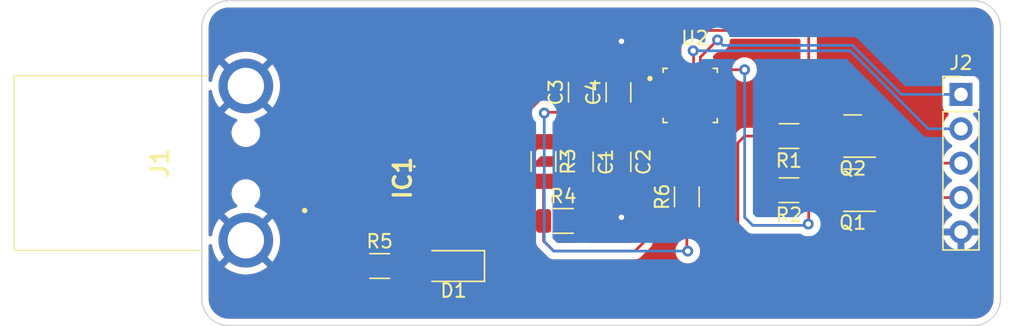
<source format=kicad_pcb>
(kicad_pcb (version 20211014) (generator pcbnew)
  (layers (0 "F.Cu" signal) (31 "B.Cu" signal) (34 "B.Paste" user) (35 "F.Paste" user) (36 "B.SilkS" user "B.Silkscreen") (37 "F.SilkS" user "F.Silkscreen") (38 "B.Mask" user) (39 "F.Mask" user) (44 "Edge.Cuts" user))
  (net 0 "")
  (net 1 "+5V")
  (net 2 "GND")
  (net 3 "VDD")
  (net 4 "Net-(D1-Pad2)")
  (net 5 "/D-")
  (net 6 "/D+")
  (net 7 "/RXD")
  (net 8 "/TXD")
  (net 9 "/IO0")
  (net 10 "/EN")
  (net 11 "Net-(Q1-Pad1)")
  (net 12 "/RTS")
  (net 13 "/DTR")
  (net 14 "Net-(R3-Pad2)")
  (net 15 "Net-(R6-Pad2)")
  (net 27 "Net-(R2-Pad2)")
  (net 28 "Net-(IC1-Pad4)")
  (footprint "Capacitor_SMD:C_1206_3216Metric" (layer "F.Cu") (at 135 83.91 -90)
    (fp_text reference "C1" (at 0 -1.85 90) (layer "F.SilkS"))
    (fp_text value "4.7uF")
    (fp_line (start -0.711252 -0.91) (end 0.711252 -0.91) (layer "F.SilkS") (width 0.12))
    (fp_line (start -0.711252 0.91) (end 0.711252 0.91) (layer "F.SilkS") (width 0.12))
    (pad "1" smd roundrect locked (at -1.475 0 270) (size 1.15 1.8) (layers "F.Cu" "F.Paste" "F.Mask") (roundrect_rratio 0.217391) (net 1 "+5V"))
    (pad "2" smd roundrect locked (at 1.475 0 270) (size 1.15 1.8) (layers "F.Cu" "F.Paste" "F.Mask") (roundrect_rratio 0.217391) (net 2 "GND"))
  )
  (footprint "Package_TO_SOT_SMD:SOT-23" (layer "F.Cu") (at 155.08 86 180)
    (fp_text reference "Q1" (at 0 -2.4) (layer "F.SilkS"))
    (fp_text value "Q_NPN_BCE")
    (fp_line (start 0 1.56) (end 0.65 1.56) (layer "F.SilkS") (width 0.12))
    (fp_line (start 0 -1.56) (end 0.65 -1.56) (layer "F.SilkS") (width 0.12))
    (fp_line (start 0 -1.56) (end -1.675 -1.56) (layer "F.SilkS") (width 0.12))
    (fp_line (start 0 1.56) (end -0.65 1.56) (layer "F.SilkS") (width 0.12))
    (pad "1" smd roundrect locked (at -0.9375 -0.95 180) (size 1.475 0.6) (layers "F.Cu" "F.Paste" "F.Mask") (net 11 "Net-(Q1-Pad1)"))
    (pad "2" smd roundrect locked (at -0.9375 0.95 180) (size 1.475 0.6) (layers "F.Cu" "F.Paste" "F.Mask") (net 10 "/EN"))
    (pad "3" smd roundrect locked (at 0.9375 0 180) (size 1.475 0.6) (layers "F.Cu" "F.Paste" "F.Mask") (net 12 "/RTS"))
  )
  (footprint "Package_TO_SOT_SMD:SOT-23" (layer "F.Cu") (at 155.08 82 180)
    (fp_text reference "Q2" (at 0 -2.4) (layer "F.SilkS"))
    (fp_text value "Q_NPN_BCE")
    (fp_line (start 0 -1.56) (end 0.65 -1.56) (layer "F.SilkS") (width 0.12))
    (fp_line (start 0 -1.56) (end -1.675 -1.56) (layer "F.SilkS") (width 0.12))
    (fp_line (start 0 1.56) (end 0.65 1.56) (layer "F.SilkS") (width 0.12))
    (fp_line (start 0 1.56) (end -0.65 1.56) (layer "F.SilkS") (width 0.12))
    (pad "1" smd roundrect locked (at -0.9375 -0.95 180) (size 1.475 0.6) (layers "F.Cu" "F.Paste" "F.Mask") (net 27 "Net-(R2-Pad2)"))
    (pad "2" smd roundrect locked (at -0.9375 0.95 180) (size 1.475 0.6) (layers "F.Cu" "F.Paste" "F.Mask") (net 9 "/IO0"))
    (pad "3" smd roundrect locked (at 0.9375 0 180) (size 1.475 0.6) (layers "F.Cu" "F.Paste" "F.Mask") (net 13 "/DTR"))
  )
  (footprint "Resistor_SMD:R_1206_3216Metric" (layer "F.Cu") (at 150.37 86 180)
    (fp_text reference "R2" (at 0 -1.82) (layer "F.SilkS"))
    (fp_text value "10k")
    (fp_line (start -0.727064 0.91) (end 0.727064 0.91) (layer "F.SilkS") (width 0.12))
    (fp_line (start -0.727064 -0.91) (end 0.727064 -0.91) (layer "F.SilkS") (width 0.12))
    (pad "1" smd roundrect locked (at -1.4625 0 180) (size 1.125 1.75) (layers "F.Cu" "F.Paste" "F.Mask") (roundrect_rratio 0.222222) (net 12 "/RTS"))
    (pad "2" smd roundrect locked (at 1.4625 0 180) (size 1.125 1.75) (layers "F.Cu" "F.Paste" "F.Mask") (roundrect_rratio 0.222222) (net 27 "Net-(R2-Pad2)"))
  )
  (footprint "LED_SMD:LED_1206_3216Metric" (layer "F.Cu") (at 125.6 91.6 180)
    (fp_text reference "D1" (at 0 -1.82) (layer "F.SilkS"))
    (fp_text value "LED")
    (fp_line (start -2.285 -1.135) (end -2.285 1.135) (layer "F.SilkS") (width 0.12))
    (fp_line (start 1.6 -1.135) (end -2.285 -1.135) (layer "F.SilkS") (width 0.12))
    (fp_line (start -2.285 1.135) (end 1.6 1.135) (layer "F.SilkS") (width 0.12))
    (pad "1" smd roundrect locked (at -1.4 0 180) (size 1.25 1.75) (layers "F.Cu" "F.Paste" "F.Mask") (roundrect_rratio 0.2) (net 2 "GND"))
    (pad "2" smd roundrect locked (at 1.4 0 180) (size 1.25 1.75) (layers "F.Cu" "F.Paste" "F.Mask") (roundrect_rratio 0.2) (net 4 "Net-(D1-Pad2)"))
  )
  (footprint "Resistor_SMD:R_1206_3216Metric" (layer "F.Cu") (at 150.37 82 180)
    (fp_text reference "R1" (at 0 -1.82) (layer "F.SilkS"))
    (fp_text value "10k")
    (fp_line (start -0.727064 0.91) (end 0.727064 0.91) (layer "F.SilkS") (width 0.12))
    (fp_line (start -0.727064 -0.91) (end 0.727064 -0.91) (layer "F.SilkS") (width 0.12))
    (pad "1" smd roundrect locked (at -1.4625 0 180) (size 1.125 1.75) (layers "F.Cu" "F.Paste" "F.Mask") (roundrect_rratio 0.222222) (net 13 "/DTR"))
    (pad "2" smd roundrect locked (at 1.4625 0 180) (size 1.125 1.75) (layers "F.Cu" "F.Paste" "F.Mask") (roundrect_rratio 0.222222) (net 11 "Net-(Q1-Pad1)"))
  )
  (footprint "ESP32_programmer:RCLAMP0544TTCT" (layer "F.Cu") (at 121.7 85.1 -90)
    (fp_text reference "IC1" (at 0 -0.137 90) (layer "F.SilkS") (effects (font (size 1.27 1.27) (thickness 0.254))))
    (fp_text value "RCLAMP0544T.TCT" hide)
    (fp_line (start -0.9 -1) (end -0.9 -1) (layer "F.SilkS") (width 0.1))
    (fp_line (start -0.8 -1) (end -0.8 -1) (layer "F.SilkS") (width 0.1))
    (fp_arc (start -0.9 -1) (mid -0.85 -1.05) (end -0.8 -1) (layer "F.SilkS") (width 0.1))
    (fp_arc (start -0.8 -1) (mid -0.85 -0.95) (end -0.9 -1) (layer "F.SilkS") (width 0.1))
    (pad "1" smd rect (at -0.8 -0.44 270) (size 0.2 0.67) (layers "F.Cu" "F.Paste" "F.Mask") (net 6 "/D+"))
    (pad "2" smd rect (at -0.4 -0.44 270) (size 0.2 0.67) (layers "F.Cu" "F.Paste" "F.Mask") (net 5 "/D-"))
    (pad "3" smd rect (at 0.4 -0.44 270) (size 0.2 0.67) (layers "F.Cu" "F.Paste" "F.Mask") (net 1 "+5V"))
    (pad "4" smd rect (at 0.8 -0.44 270) (size 0.2 0.67) (layers "F.Cu" "F.Paste" "F.Mask") (net 28 "Net-(IC1-Pad4)"))
    (pad "5" smd rect (at 0.8 0.44 270) (size 0.2 0.67) (layers "F.Cu" "F.Paste" "F.Mask") (net 28 "Net-(IC1-Pad4)"))
    (pad "6" smd rect (at 0.4 0.44 270) (size 0.2 0.67) (layers "F.Cu" "F.Paste" "F.Mask") (net 1 "+5V"))
    (pad "7" smd rect (at -0.4 0.44 270) (size 0.2 0.67) (layers "F.Cu" "F.Paste" "F.Mask") (net 5 "/D-"))
    (pad "8" smd rect (at -0.8 0.44 270) (size 0.2 0.67) (layers "F.Cu" "F.Paste" "F.Mask") (net 6 "/D+"))
    (pad "9" smd rect (at 0 0 270) (size 0.2 1.55) (layers "F.Cu" "F.Paste" "F.Mask") (net 2 "GND"))
  )
  (footprint "ESP32_programmer:USB_plug" (layer "F.Cu") (at 103 84 -90)
    (fp_text reference "J1" (at 0 -0.922 90) (layer "F.SilkS") (effects (font (size 1.27 1.27) (thickness 0.254))))
    (fp_text value "1-1734028-1" hide)
    (fp_line (start 3.5 -11.5) (end 3.5 -11.5) (layer "F.SilkS") (width 0.2))
    (fp_line (start 3.5 -11.7) (end 3.5 -11.7) (layer "F.SilkS") (width 0.2))
    (fp_line (start -6.45 -4.5) (end -6.45 9.855) (layer "F.SilkS") (width 0.1))
    (fp_line (start 6.45 9.855) (end 6.45 -4) (layer "F.SilkS") (width 0.1))
    (fp_line (start -6.45 9.855) (end 6.45 9.855) (layer "F.SilkS") (width 0.1))
    (fp_arc (start 3.5 -11.7) (mid 3.6 -11.6) (end 3.5 -11.5) (layer "F.SilkS") (width 0.2))
    (fp_arc (start 3.5 -11.5) (mid 3.4 -11.6) (end 3.5 -11.7) (layer "F.SilkS") (width 0.2))
    (pad "" np_thru_hole circle (at 2.25 -7.255 270) (size 1.1 1.1) (drill 1.1) (layers *.Cu *.Mask))
    (pad "" np_thru_hole circle (at -2.25 -7.255 270) (size 1.1 1.1) (drill 1.1) (layers *.Cu *.Mask))
    (pad "1" smd rect (at 3.5 -9.855 270) (size 1.2 2) (layers "F.Cu" "F.Paste" "F.Mask") (net 1 "+5V"))
    (pad "2" smd rect (at 1 -9.855 270) (size 1.2 2) (layers "F.Cu" "F.Paste" "F.Mask") (net 5 "/D-"))
    (pad "3" smd rect (at -1 -9.855 270) (size 1.2 2) (layers "F.Cu" "F.Paste" "F.Mask") (net 6 "/D+"))
    (pad "4" smd rect (at -3.5 -9.855 270) (size 1.2 2) (layers "F.Cu" "F.Paste" "F.Mask") (net 2 "GND"))
    (pad "MH1" thru_hole circle (at -5.7 -7.255 270) (size 4.035 4.035) (drill 2.69) (layers *.Cu *.Mask) (net 2 "GND"))
    (pad "MH2" thru_hole circle (at 5.7 -7.255 270) (size 4.035 4.035) (drill 2.69) (layers *.Cu *.Mask) (net 2 "GND"))
  )
  (footprint "Resistor_SMD:R_1206_3216Metric" (layer "F.Cu") (at 133.71 88.27)
    (fp_text reference "R4" (at 0 -1.82) (layer "F.SilkS"))
    (fp_text value "47.5k")
    (fp_line (start -0.727064 -0.91) (end 0.727064 -0.91) (layer "F.SilkS") (width 0.12))
    (fp_line (start -0.727064 0.91) (end 0.727064 0.91) (layer "F.SilkS") (width 0.12))
    (pad "1" smd roundrect locked (at -1.4625 0) (size 1.125 1.75) (layers "F.Cu" "F.Paste" "F.Mask") (roundrect_rratio 0.222222) (net 14 "Net-(R3-Pad2)"))
    (pad "2" smd roundrect locked (at 1.4625 0) (size 1.125 1.75) (layers "F.Cu" "F.Paste" "F.Mask") (roundrect_rratio 0.222222) (net 2 "GND"))
  )
  (footprint "Resistor_SMD:R_1206_3216Metric" (layer "F.Cu") (at 132.24 83.88 -90)
    (fp_text reference "R3" (at 0 -1.82 90) (layer "F.SilkS"))
    (fp_text value "22.1k")
    (fp_line (start -0.727064 -0.91) (end 0.727064 -0.91) (layer "F.SilkS") (width 0.12))
    (fp_line (start -0.727064 0.91) (end 0.727064 0.91) (layer "F.SilkS") (width 0.12))
    (pad "1" smd roundrect locked (at -1.4625 0 270) (size 1.125 1.75) (layers "F.Cu" "F.Paste" "F.Mask") (roundrect_rratio 0.222222) (net 1 "+5V"))
    (pad "2" smd roundrect locked (at 1.4625 0 270) (size 1.125 1.75) (layers "F.Cu" "F.Paste" "F.Mask") (roundrect_rratio 0.222222) (net 14 "Net-(R3-Pad2)"))
  )
  (footprint "Capacitor_SMD:C_1206_3216Metric" (layer "F.Cu") (at 137.78 78.775 90)
    (fp_text reference "C4" (at 0 -1.85 90) (layer "F.SilkS"))
    (fp_text value "100nF")
    (fp_line (start -0.711252 0.91) (end 0.711252 0.91) (layer "F.SilkS") (width 0.12))
    (fp_line (start -0.711252 -0.91) (end 0.711252 -0.91) (layer "F.SilkS") (width 0.12))
    (pad "1" smd roundrect locked (at -1.475 0 90) (size 1.15 1.8) (layers "F.Cu" "F.Paste" "F.Mask") (roundrect_rratio 0.217391) (net 3 "VDD"))
    (pad "2" smd roundrect locked (at 1.475 0 90) (size 1.15 1.8) (layers "F.Cu" "F.Paste" "F.Mask") (roundrect_rratio 0.217391) (net 2 "GND"))
  )
  (footprint "Connector_PinHeader_2.54mm:PinHeader_1x05_P2.54mm_Vertical" (layer "F.Cu") (at 163.08 78.925)
    (fp_text reference "J2" (at 0 -2.33) (layer "F.SilkS"))
    (fp_text value "Conn_01x05")
    (fp_line (start -1.33 11.49) (end 1.33 11.49) (layer "F.SilkS") (width 0.12))
    (fp_line (start -1.33 0) (end -1.33 -1.33) (layer "F.SilkS") (width 0.12))
    (fp_line (start -1.33 -1.33) (end 0 -1.33) (layer "F.SilkS") (width 0.12))
    (fp_line (start -1.33 1.27) (end -1.33 11.49) (layer "F.SilkS") (width 0.12))
    (fp_line (start -1.33 1.27) (end 1.33 1.27) (layer "F.SilkS") (width 0.12))
    (fp_line (start 1.33 1.27) (end 1.33 11.49) (layer "F.SilkS") (width 0.12))
    (pad "1" thru_hole rect locked (at 0 0) (size 1.7 1.7) (drill 1) (layers *.Cu *.Mask) (net 7 "/RXD"))
    (pad "2" thru_hole oval locked (at 0 2.54) (size 1.7 1.7) (drill 1) (layers *.Cu *.Mask) (net 8 "/TXD"))
    (pad "3" thru_hole oval locked (at 0 5.08) (size 1.7 1.7) (drill 1) (layers *.Cu *.Mask) (net 9 "/IO0"))
    (pad "4" thru_hole oval locked (at 0 7.62) (size 1.7 1.7) (drill 1) (layers *.Cu *.Mask) (net 10 "/EN"))
    (pad "5" thru_hole oval locked (at 0 10.16) (size 1.7 1.7) (drill 1) (layers *.Cu *.Mask) (net 2 "GND"))
  )
  (footprint "Resistor_SMD:R_1206_3216Metric" (layer "F.Cu") (at 120.1375 91.6)
    (fp_text reference "R5" (at 0 -1.82) (layer "F.SilkS"))
    (fp_text value "2k")
    (fp_line (start -0.727064 -0.91) (end 0.727064 -0.91) (layer "F.SilkS") (width 0.12))
    (fp_line (start -0.727064 0.91) (end 0.727064 0.91) (layer "F.SilkS") (width 0.12))
    (pad "1" smd roundrect locked (at -1.4625 0) (size 1.125 1.75) (layers "F.Cu" "F.Paste" "F.Mask") (roundrect_rratio 0.222222) (net 1 "+5V"))
    (pad "2" smd roundrect locked (at 1.4625 0) (size 1.125 1.75) (layers "F.Cu" "F.Paste" "F.Mask") (roundrect_rratio 0.222222) (net 4 "Net-(D1-Pad2)"))
  )
  (footprint "Resistor_SMD:R_1206_3216Metric" (layer "F.Cu") (at 142.83 86.49 90)
    (fp_text reference "R6" (at 0 -1.82 90) (layer "F.SilkS"))
    (fp_text value "2k")
    (fp_line (start -0.727064 -0.91) (end 0.727064 -0.91) (layer "F.SilkS") (width 0.12))
    (fp_line (start -0.727064 0.91) (end 0.727064 0.91) (layer "F.SilkS") (width 0.12))
    (pad "1" smd roundrect locked (at -1.4625 0 90) (size 1.125 1.75) (layers "F.Cu" "F.Paste" "F.Mask") (roundrect_rratio 0.222222) (net 3 "VDD"))
    (pad "2" smd roundrect locked (at 1.4625 0 90) (size 1.125 1.75) (layers "F.Cu" "F.Paste" "F.Mask") (roundrect_rratio 0.222222) (net 15 "Net-(R6-Pad2)"))
  )
  (footprint "Capacitor_SMD:C_1206_3216Metric" (layer "F.Cu") (at 137.78 83.91 -90)
    (fp_text reference "C2" (at 0 -1.85 90) (layer "F.SilkS"))
    (fp_text value "100nF")
    (fp_line (start -0.711252 -0.91) (end 0.711252 -0.91) (layer "F.SilkS") (width 0.12))
    (fp_line (start -0.711252 0.91) (end 0.711252 0.91) (layer "F.SilkS") (width 0.12))
    (pad "1" smd roundrect locked (at -1.475 0 270) (size 1.15 1.8) (layers "F.Cu" "F.Paste" "F.Mask") (roundrect_rratio 0.217391) (net 1 "+5V"))
    (pad "2" smd roundrect locked (at 1.475 0 270) (size 1.15 1.8) (layers "F.Cu" "F.Paste" "F.Mask") (roundrect_rratio 0.217391) (net 2 "GND"))
  )
  (footprint "Capacitor_SMD:C_1206_3216Metric" (layer "F.Cu") (at 135 78.77 90)
    (fp_text reference "C3" (at 0 -1.85 90) (layer "F.SilkS"))
    (fp_text value "4.7uF")
    (fp_line (start -0.711252 0.91) (end 0.711252 0.91) (layer "F.SilkS") (width 0.12))
    (fp_line (start -0.711252 -0.91) (end 0.711252 -0.91) (layer "F.SilkS") (width 0.12))
    (pad "1" smd roundrect locked (at -1.475 0 90) (size 1.15 1.8) (layers "F.Cu" "F.Paste" "F.Mask") (roundrect_rratio 0.217391) (net 3 "VDD"))
    (pad "2" smd roundrect locked (at 1.475 0 90) (size 1.15 1.8) (layers "F.Cu" "F.Paste" "F.Mask") (roundrect_rratio 0.217391) (net 2 "GND"))
  )
  (footprint "ESP32_programmer:CP2102N-A02-GQFN24R" (layer "F.Cu") (at 143.08 79)
    (fp_text reference "U2" (at 0.335 -4.24) (layer "F.SilkS"))
    (fp_text value "CP2102N-A02-GQFN24R")
    (fp_line (start 2 -2) (end 2 -1.7) (layer "F.SilkS") (width 0.127))
    (fp_line (start -2 2) (end -1.7 2) (layer "F.SilkS") (width 0.127))
    (fp_line (start 2 -2) (end 1.7 -2) (layer "F.SilkS") (width 0.127))
    (fp_line (start 2 2) (end 2 1.7) (layer "F.SilkS") (width 0.127))
    (fp_line (start -2 2) (end -2 1.7) (layer "F.SilkS") (width 0.127))
    (fp_line (start 2 2) (end 1.7 2) (layer "F.SilkS") (width 0.127))
    (fp_line (start -2 -2) (end -2 -1.7) (layer "F.SilkS") (width 0.127))
    (fp_line (start -2 -2) (end -1.7 -2) (layer "F.SilkS") (width 0.127))
    (fp_circle (center -2.975 -1.25) (end -2.875 -1.25) (layer "F.SilkS") (width 0.2) (fill none))
    (pad "1" smd roundrect (at -1.935 -1.25) (size 0.84 0.26) (layers "F.Cu" "F.Paste" "F.Mask") (roundrect_rratio 0.03))
    (pad "2" smd roundrect (at -1.935 -0.75) (size 0.84 0.26) (layers "F.Cu" "F.Paste" "F.Mask") (roundrect_rratio 0.03) (net 2 "GND"))
    (pad "3" smd roundrect (at -1.935 -0.25) (size 0.84 0.26) (layers "F.Cu" "F.Paste" "F.Mask") (roundrect_rratio 0.03) (net 6 "/D+"))
    (pad "4" smd roundrect (at -1.935 0.25) (size 0.84 0.26) (layers "F.Cu" "F.Paste" "F.Mask") (roundrect_rratio 0.03) (net 5 "/D-"))
    (pad "5" smd roundrect (at -1.935 0.75) (size 0.84 0.26) (layers "F.Cu" "F.Paste" "F.Mask") (roundrect_rratio 0.03))
    (pad "6" smd roundrect (at -1.935 1.25) (size 0.84 0.26) (layers "F.Cu" "F.Paste" "F.Mask") (roundrect_rratio 0.03) (net 3 "VDD"))
    (pad "7" smd roundrect (at -1.25 1.935) (size 0.26 0.84) (layers "F.Cu" "F.Paste" "F.Mask") (roundrect_rratio 0.03) (net 1 "+5V"))
    (pad "8" smd roundrect (at -0.75 1.935) (size 0.26 0.84) (layers "F.Cu" "F.Paste" "F.Mask") (roundrect_rratio 0.03) (net 14 "Net-(R3-Pad2)"))
    (pad "9" smd roundrect (at -0.25 1.935) (size 0.26 0.84) (layers "F.Cu" "F.Paste" "F.Mask") (roundrect_rratio 0.03) (net 15 "Net-(R6-Pad2)"))
    (pad "10" smd roundrect (at 0.25 1.935) (size 0.26 0.84) (layers "F.Cu" "F.Paste" "F.Mask") (roundrect_rratio 0.03))
    (pad "11" smd roundrect (at 0.75 1.935) (size 0.26 0.84) (layers "F.Cu" "F.Paste" "F.Mask") (roundrect_rratio 0.03))
    (pad "12" smd roundrect (at 1.25 1.935) (size 0.26 0.84) (layers "F.Cu" "F.Paste" "F.Mask") (roundrect_rratio 0.03))
    (pad "13" smd roundrect (at 1.935 1.25) (size 0.84 0.26) (layers "F.Cu" "F.Paste" "F.Mask") (roundrect_rratio 0.03))
    (pad "14" smd roundrect (at 1.935 0.75) (size 0.84 0.26) (layers "F.Cu" "F.Paste" "F.Mask") (roundrect_rratio 0.03))
    (pad "15" smd roundrect (at 1.935 0.25) (size 0.84 0.26) (layers "F.Cu" "F.Paste" "F.Mask") (roundrect_rratio 0.03))
    (pad "16" smd roundrect (at 1.935 -0.25) (size 0.84 0.26) (layers "F.Cu" "F.Paste" "F.Mask") (roundrect_rratio 0.03))
    (pad "17" smd roundrect (at 1.935 -0.75) (size 0.84 0.26) (layers "F.Cu" "F.Paste" "F.Mask") (roundrect_rratio 0.03))
    (pad "18" smd roundrect (at 1.935 -1.25) (size 0.84 0.26) (layers "F.Cu" "F.Paste" "F.Mask") (roundrect_rratio 0.03))
    (pad "19" smd roundrect (at 1.25 -1.935) (size 0.26 0.84) (layers "F.Cu" "F.Paste" "F.Mask") (roundrect_rratio 0.03) (net 12 "/RTS"))
    (pad "20" smd roundrect (at 0.75 -1.935) (size 0.26 0.84) (layers "F.Cu" "F.Paste" "F.Mask") (roundrect_rratio 0.03) (net 7 "/RXD"))
    (pad "21" smd roundrect (at 0.25 -1.935) (size 0.26 0.84) (layers "F.Cu" "F.Paste" "F.Mask") (roundrect_rratio 0.03) (net 8 "/TXD"))
    (pad "22" smd roundrect (at -0.25 -1.935) (size 0.26 0.84) (layers "F.Cu" "F.Paste" "F.Mask") (roundrect_rratio 0.03))
    (pad "23" smd roundrect (at -0.75 -1.935) (size 0.26 0.84) (layers "F.Cu" "F.Paste" "F.Mask") (roundrect_rratio 0.03) (net 13 "/DTR"))
    (pad "24" smd roundrect (at -1.25 -1.935) (size 0.26 0.84) (layers "F.Cu" "F.Paste" "F.Mask") (roundrect_rratio 0.03))
    (pad "25" smd rect (at 0 0) (size 2.45 2.45) (layers "F.Cu" "F.Mask") (net 2 "GND"))
  )
  (gr_line (start 107 74) (end 107 94) (layer "Edge.Cuts") (width 0.1))
  (gr_arc (start 107 74) (mid 107.585786 72.585786) (end 109 72) (layer "Edge.Cuts") (width 0.1))
  (gr_line (start 109 72) (end 164 72) (layer "Edge.Cuts") (width 0.1))
  (gr_arc (start 109 96) (mid 107.585786 95.414214) (end 107 94) (layer "Edge.Cuts") (width 0.1))
  (gr_arc (start 166 94) (mid 165.414214 95.414214) (end 164 96) (layer "Edge.Cuts") (width 0.1))
  (gr_arc (start 164 72) (mid 165.414214 72.585786) (end 166 74) (layer "Edge.Cuts") (width 0.1))
  (gr_line (start 166 74) (end 166 94) (layer "Edge.Cuts") (width 0.1))
  (gr_line (start 164 96) (end 109 96) (layer "Edge.Cuts") (width 0.1))
  (segment (start 127.1575 87.5) (end 132.24 82.4175) (width 0.2) (layer "F.Cu") (net 1))
  (segment (start 141.83 82.17) (end 141.83 80.935) (width 0.2) (layer "F.Cu") (net 1))
  (segment (start 118.7 87.5) (end 127.1575 87.5) (width 0.2) (layer "F.Cu") (net 1))
  (segment (start 118.7 91.575) (end 118.7 87.5) (width 0.2) (layer "F.Cu") (net 1))
  (segment (start 118.675 91.6) (end 118.7 91.575) (width 0.2) (layer "F.Cu") (net 1))
  (segment (start 132.24 82.4175) (end 141.5825 82.4175) (width 0.2) (layer "F.Cu") (net 1))
  (segment (start 112.855 87.5) (end 118.7 87.5) (width 0.2) (layer "F.Cu") (net 1))
  (segment (start 141.5825 82.4175) (end 141.83 82.17) (width 0.2) (layer "F.Cu") (net 1))
  (segment (start 141.145 78.25) (end 138.73 78.25) (width 0.2) (layer "F.Cu") (net 2))
  (segment (start 141.145 78.25) (end 142.33 78.25) (width 0.2) (layer "F.Cu") (net 2))
  (segment (start 138.73 78.25) (end 137.78 77.3) (width 0.2) (layer "F.Cu") (net 2))
  (segment (start 142.33 78.25) (end 143.08 79) (width 0.2) (layer "F.Cu") (net 2))
  (via (at 138 88) (size 0.8) (drill 0.4) (layers "F.Cu" "B.Cu") (net 2))
  (via (at 138 75) (size 0.8) (drill 0.4) (layers "F.Cu" "B.Cu") (net 2))
  (segment (start 142.83 87.9525) (end 142.83 90.43) (width 0.2) (layer "F.Cu") (net 3))
  (segment (start 137.78 80.245) (end 141.14 80.245) (width 0.2) (layer "F.Cu") (net 3))
  (segment (start 132.3 80.3) (end 132.355 80.245) (width 0.2) (layer "F.Cu") (net 3))
  (segment (start 137.775 80.245) (end 137.78 80.25) (width 0.2) (layer "F.Cu") (net 3))
  (segment (start 141.14 80.245) (end 141.145 80.25) (width 0.2) (layer "F.Cu") (net 3))
  (segment (start 135 80.245) (end 137.775 80.245) (width 0.2) (layer "F.Cu") (net 3))
  (segment (start 132.355 80.245) (end 135 80.245) (width 0.2) (layer "F.Cu") (net 3))
  (segment (start 142.83 90.43) (end 142.9 90.5) (width 0.2) (layer "F.Cu") (net 3))
  (via (at 132.3 80.3) (size 0.8) (drill 0.4) (layers "F.Cu" "B.Cu") (net 3))
  (via (at 142.9 90.5) (size 0.8) (drill 0.4) (layers "F.Cu" "B.Cu") (net 3))
  (segment (start 133 90.5) (end 142.9 90.5) (width 0.2) (layer "B.Cu") (net 3))
  (segment (start 132.3 89.8) (end 133 90.5) (width 0.2) (layer "B.Cu") (net 3))
  (segment (start 132.3 80.3) (end 132.3 89.8) (width 0.2) (layer "B.Cu") (net 3))
  (segment (start 121.6 91.6) (end 124.2 91.6) (width 0.2) (layer "F.Cu") (net 4))
  (segment (start 132.05 79.25) (end 141.145 79.25) (width 0.2) (layer "F.Cu") (net 5))
  (segment (start 112.855 85) (end 115 85) (width 0.2) (layer "F.Cu") (net 5))
  (segment (start 115 85) (end 116.60048 83.39952) (width 0.2) (layer "F.Cu") (net 5))
  (segment (start 116.60048 83.39952) (end 127.90048 83.39952) (width 0.2) (layer "F.Cu") (net 5))
  (segment (start 127.90048 83.39952) (end 132.05 79.25) (width 0.2) (layer "F.Cu") (net 5))
  (segment (start 131.984994 78.75) (end 127.734994 83) (width 0.2) (layer "F.Cu") (net 6))
  (segment (start 141.145 78.75) (end 131.984994 78.75) (width 0.2) (layer "F.Cu") (net 6))
  (segment (start 127.734994 83) (end 112.855 83) (width 0.2) (layer "F.Cu") (net 6))
  (segment (start 143.83 77.065) (end 143.83 76.17) (width 0.2) (layer "F.Cu") (net 7))
  (segment (start 145.2 74.8) (end 145.1 74.9) (width 0.2) (layer "F.Cu") (net 7))
  (segment (start 143.83 76.17) (end 145.1 74.9) (width 0.2) (layer "F.Cu") (net 7))
  (via (at 145.1 74.9) (size 0.8) (drill 0.4) (layers "F.Cu" "B.Cu") (net 7))
  (segment (start 145.50048 75.30048) (end 155.065486 75.30048) (width 0.2) (layer "B.Cu") (net 7))
  (segment (start 158.690006 78.925) (end 163.08 78.925) (width 0.2) (layer "B.Cu") (net 7))
  (segment (start 145.1 74.9) (end 145.50048 75.30048) (width 0.2) (layer "B.Cu") (net 7))
  (segment (start 155.065486 75.30048) (end 158.690006 78.925) (width 0.2) (layer "B.Cu") (net 7))
  (segment (start 143.3 75.7) (end 143.33 75.73) (width 0.2) (layer "F.Cu") (net 8))
  (segment (start 143.33 75.73) (end 143.33 77.065) (width 0.2) (layer "F.Cu") (net 8))
  (via (at 143.3 75.7) (size 0.8) (drill 0.4) (layers "F.Cu" "B.Cu") (net 8))
  (segment (start 154.9 75.7) (end 160.665 81.465) (width 0.2) (layer "B.Cu") (net 8))
  (segment (start 160.665 81.465) (end 163.08 81.465) (width 0.2) (layer "B.Cu") (net 8))
  (segment (start 143.3 75.7) (end 154.9 75.7) (width 0.2) (layer "B.Cu") (net 8))
  (segment (start 156.0175 81.05) (end 157.75 81.05) (width 0.2) (layer "F.Cu") (net 9))
  (segment (start 160.705 84.005) (end 163.08 84.005) (width 0.2) (layer "F.Cu") (net 9))
  (segment (start 157.75 81.05) (end 160.705 84.005) (width 0.2) (layer "F.Cu") (net 9))
  (segment (start 160.645 86.545) (end 163.08 86.545) (width 0.2) (layer "F.Cu") (net 10))
  (segment (start 159.15 85.05) (end 160.645 86.545) (width 0.2) (layer "F.Cu") (net 10))
  (segment (start 156.0175 85.05) (end 159.15 85.05) (width 0.2) (layer "F.Cu") (net 10))
  (segment (start 155.5 89.5) (end 147.1 89.5) (width 0.2) (layer "F.Cu") (net 11))
  (segment (start 156.0175 86.95) (end 156.0175 88.9825) (width 0.2) (layer "F.Cu") (net 11))
  (segment (start 147.1 82) (end 148.9075 82) (width 0.2) (layer "F.Cu") (net 11))
  (segment (start 156.0175 88.9825) (end 155.5 89.5) (width 0.2) (layer "F.Cu") (net 11))
  (segment (start 147.1 89.5) (end 146.6 89) (width 0.2) (layer "F.Cu") (net 11))
  (segment (start 146.6 89) (end 146.6 82.5) (width 0.2) (layer "F.Cu") (net 11))
  (segment (start 146.6 82.5) (end 147.1 82) (width 0.2) (layer "F.Cu") (net 11))
  (segment (start 151.8325 88.4675) (end 151.8 88.5) (width 0.2) (layer "F.Cu") (net 12))
  (segment (start 154.1425 86) (end 151.8325 86) (width 0.2) (layer "F.Cu") (net 12))
  (segment (start 147.1 77.1) (end 144.365 77.1) (width 0.2) (layer "F.Cu") (net 12))
  (segment (start 144.365 77.1) (end 144.33 77.065) (width 0.2) (layer "F.Cu") (net 12))
  (segment (start 151.8325 86) (end 151.8325 88.4675) (width 0.2) (layer "F.Cu") (net 12))
  (via (at 151.8 88.5) (size 0.8) (drill 0.4) (layers "F.Cu" "B.Cu") (net 12))
  (via (at 147.1 77.1) (size 0.8) (drill 0.4) (layers "F.Cu" "B.Cu") (net 12))
  (segment (start 151.7 88.6) (end 147.7 88.6) (width 0.2) (layer "B.Cu") (net 12))
  (segment (start 147.1 88) (end 147.1 77.1) (width 0.2) (layer "B.Cu") (net 12))
  (segment (start 147.7 88.6) (end 147.1 88) (width 0.2) (layer "B.Cu") (net 12))
  (segment (start 151.8 88.5) (end 151.7 88.6) (width 0.2) (layer "B.Cu") (net 12))
  (segment (start 151.5 74.2) (end 151.8325 74.5325) (width 0.2) (layer "F.Cu") (net 13))
  (segment (start 151.8325 74.5325) (end 151.8325 82) (width 0.2) (layer "F.Cu") (net 13))
  (segment (start 142.33 77.065) (end 142.33 74.57) (width 0.2) (layer "F.Cu") (net 13))
  (segment (start 154.1425 82) (end 151.8325 82) (width 0.2) (layer "F.Cu") (net 13))
  (segment (start 142.33 74.57) (end 142.7 74.2) (width 0.2) (layer "F.Cu") (net 13))
  (segment (start 142.7 74.2) (end 151.5 74.2) (width 0.2) (layer "F.Cu") (net 13))
  (segment (start 139 90.5) (end 133 90.5) (width 0.2) (layer "F.Cu") (net 14))
  (segment (start 132.2475 88.27) (end 132.2475 85.35) (width 0.2) (layer "F.Cu") (net 14))
  (segment (start 142.33 80.935) (end 142.33 84.16548) (width 0.2) (layer "F.Cu") (net 14))
  (segment (start 139.7 89.8) (end 139 90.5) (width 0.2) (layer "F.Cu") (net 14))
  (segment (start 140.43452 84.16548) (end 139.7 84.9) (width 0.2) (layer "F.Cu") (net 14))
  (segment (start 142.33 84.16548) (end 140.43452 84.16548) (width 0.2) (layer "F.Cu") (net 14))
  (segment (start 132.2475 89.7475) (end 132.2475 88.27) (width 0.2) (layer "F.Cu") (net 14))
  (segment (start 132.2475 85.35) (end 132.24 85.3425) (width 0.2) (layer "F.Cu") (net 14))
  (segment (start 133 90.5) (end 132.2475 89.7475) (width 0.2) (layer "F.Cu") (net 14))
  (segment (start 139.7 84.9) (end 139.7 89.8) (width 0.2) (layer "F.Cu") (net 14))
  (segment (start 142.83 85.0275) (end 142.83 80.935) (width 0.2) (layer "F.Cu") (net 15))
  (segment (start 148.9075 84.3925) (end 148.9075 86) (width 0.2) (layer "F.Cu") (net 27))
  (segment (start 156.0175 83.3825) (end 155.6 83.8) (width 0.2) (layer "F.Cu") (net 27))
  (segment (start 155.6 83.8) (end 149.5 83.8) (width 0.2) (layer "F.Cu") (net 27))
  (segment (start 149.5 83.8) (end 148.9075 84.3925) (width 0.2) (layer "F.Cu") (net 27))
  (segment (start 156.0175 82.95) (end 156.0175 83.3825) (width 0.2) (layer "F.Cu") (net 27))
  (zone (net 2) (net_name "GND") (layers F&B.Cu) (connect_pads (clearance 0.508)) (min_thickness 0.254) (fill yes (thermal_gap 0.508) (thermal_bridge_width 0.508))
    (polygon (pts (xy 166 96) (xy 107 96) (xy 107 72) (xy 166 72)))
  )
)
</source>
